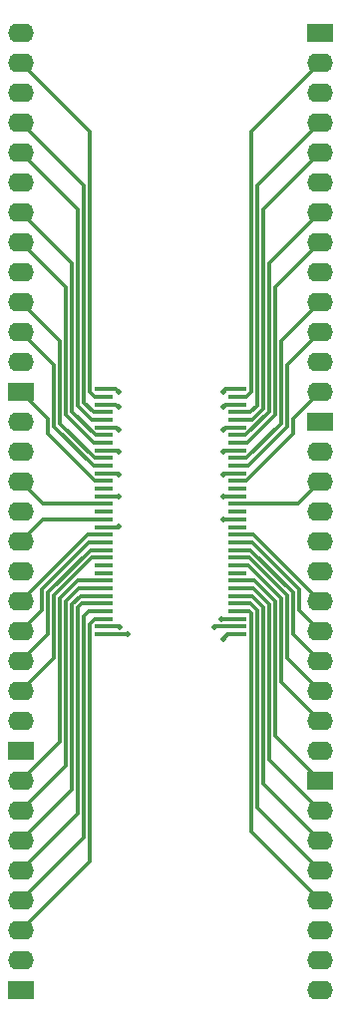
<source format=gbr>
G04 --- HEADER BEGIN --- *
%TF.GenerationSoftware,LibrePCB,LibrePCB,0.1.5*%
%TF.CreationDate,2020-12-27T00:53:52*%
%TF.ProjectId,bob_ddr_sdram_4m16b - default,91b37e6c-9424-4871-8535-6cfacb37efd9,v1*%
%TF.Part,Single*%
%FSLAX66Y66*%
%MOMM*%
G01*
G74*
G04 --- HEADER END --- *
G04 --- APERTURE LIST BEGIN --- *
%ADD10O,2.19X1.587*%
%ADD11R,2.19X1.587*%
%ADD12R,1.5X0.35*%
%ADD13C,0.5*%
%ADD14C,0.01*%
%ADD15C,0.33*%
G04 --- APERTURE LIST END --- *
G04 --- BOARD BEGIN --- *
D10*
X26670000Y34290000D03*
X26670000Y44450000D03*
D11*
X26670000Y49530000D03*
D10*
X26670000Y39370000D03*
X26670000Y31750000D03*
X26670000Y21590000D03*
X26670000Y26670000D03*
X26670000Y41910000D03*
X26670000Y46990000D03*
X26670000Y29210000D03*
X26670000Y24130000D03*
X26670000Y36830000D03*
X26670000Y57150000D03*
X26670000Y62230000D03*
D11*
X26670000Y82550000D03*
D10*
X26670000Y77470000D03*
X26670000Y74930000D03*
X26670000Y54610000D03*
X26670000Y52070000D03*
X26670000Y72390000D03*
X26670000Y59690000D03*
X26670000Y69850000D03*
X26670000Y80010000D03*
X26670000Y67310000D03*
X26670000Y64770000D03*
D12*
X19650000Y48410000D03*
X8290000Y45160000D03*
X8290000Y37360000D03*
X19650000Y34110000D03*
X19650000Y45810000D03*
X19650000Y43860000D03*
X19650000Y31510000D03*
X8290000Y34760000D03*
X8290000Y36710000D03*
X19650000Y45160000D03*
X19650000Y41910000D03*
X8290000Y44510000D03*
X8290000Y45810000D03*
X8290000Y32810000D03*
X19650000Y41260000D03*
X19650000Y44510000D03*
X8290000Y32160000D03*
X19650000Y33460000D03*
X19650000Y36710000D03*
X8290000Y51010000D03*
X19650000Y47110000D03*
X8290000Y49060000D03*
X8290000Y39960000D03*
X8290000Y31510000D03*
X19650000Y47760000D03*
X19650000Y36060000D03*
X19650000Y39310000D03*
X19650000Y40610000D03*
X8290000Y47110000D03*
X8290000Y39310000D03*
X8290000Y40610000D03*
X8290000Y42560000D03*
X19650000Y46460000D03*
X19650000Y38010000D03*
X19650000Y37360000D03*
X19650000Y49710000D03*
X8290000Y34110000D03*
X8290000Y49710000D03*
X8290000Y41260000D03*
X19650000Y50360000D03*
X19650000Y39960000D03*
X19650000Y49060000D03*
X8290000Y50360000D03*
X8290000Y33460000D03*
X19650000Y51010000D03*
X8290000Y46460000D03*
X19650000Y51660000D03*
X8290000Y35410000D03*
X8290000Y43210000D03*
X19650000Y32810000D03*
X8290000Y36060000D03*
X8290000Y51660000D03*
X8290000Y41910000D03*
X8290000Y48410000D03*
X8290000Y43860000D03*
X19650000Y43210000D03*
X8290000Y38010000D03*
X8290000Y38660000D03*
X19650000Y52310000D03*
X19650000Y34760000D03*
X8290000Y52310000D03*
X19650000Y38660000D03*
X8290000Y47760000D03*
X19650000Y42560000D03*
X19650000Y32160000D03*
X19650000Y35410000D03*
D10*
X1270000Y36830000D03*
X1270000Y26670000D03*
D11*
X1270000Y21590000D03*
D10*
X1270000Y31750000D03*
X1270000Y39370000D03*
X1270000Y49530000D03*
X1270000Y44450000D03*
X1270000Y29210000D03*
X1270000Y24130000D03*
X1270000Y41910000D03*
X1270000Y46990000D03*
X1270000Y34290000D03*
X26670000Y1270000D03*
X26670000Y8890000D03*
X26670000Y6350000D03*
D11*
X26670000Y19050000D03*
D10*
X26670000Y16510000D03*
X26670000Y3810000D03*
X26670000Y13970000D03*
X26670000Y11430000D03*
X1270000Y19050000D03*
X1270000Y11430000D03*
X1270000Y13970000D03*
D11*
X1270000Y1270000D03*
D10*
X1270000Y3810000D03*
X1270000Y16510000D03*
X1270000Y6350000D03*
X1270000Y8890000D03*
X1270000Y77470000D03*
X1270000Y72390000D03*
D11*
X1270000Y52070000D03*
D10*
X1270000Y57150000D03*
X1270000Y59690000D03*
X1270000Y80010000D03*
X1270000Y82550000D03*
X1270000Y62230000D03*
X1270000Y74930000D03*
X1270000Y64770000D03*
X1270000Y54610000D03*
X1270000Y67310000D03*
X1270000Y69850000D03*
D13*
X17653000Y32131000D03*
X9525000Y43180000D03*
X18415000Y41275000D03*
X9525000Y48895000D03*
X9525000Y45085000D03*
X18415000Y45085000D03*
D14*
X20955000Y63500000D03*
D13*
X18415000Y52070000D03*
X18415000Y50800000D03*
X9525000Y40640000D03*
X9525000Y52070000D03*
X9525000Y50800000D03*
X9652000Y32131000D03*
X18288000Y32766000D03*
X18415000Y48895000D03*
X18415000Y31115000D03*
X9525000Y46990000D03*
X18415000Y43180000D03*
X18415000Y46990000D03*
X10287000Y31496000D03*
D15*
X7425000Y50360000D02*
X6604000Y51181000D01*
X6604000Y51181000D02*
X6604000Y69596000D01*
X8290000Y50360000D02*
X7425000Y50360000D01*
X6604000Y69596000D02*
X1270000Y74930000D01*
X8290000Y39310000D02*
X7052000Y39310000D01*
X3048000Y35306000D02*
X3048000Y33528000D01*
X7052000Y39310000D02*
X3048000Y35306000D01*
X3048000Y33528000D02*
X1270000Y31750000D01*
X17682000Y32160000D02*
X17653000Y32131000D01*
X19650000Y32160000D02*
X17682000Y32160000D01*
X8290000Y43210000D02*
X9495000Y43210000D01*
X9495000Y43210000D02*
X9525000Y43180000D01*
X24384000Y35052000D02*
X24384000Y31496000D01*
X24384000Y31496000D02*
X26670000Y29210000D01*
X19650000Y38660000D02*
X20776000Y38660000D01*
X20776000Y38660000D02*
X24384000Y35052000D01*
X19650000Y41260000D02*
X18430000Y41260000D01*
X18430000Y41260000D02*
X18415000Y41275000D01*
X8290000Y49060000D02*
X9360000Y49060000D01*
X9360000Y49060000D02*
X9525000Y48895000D01*
X21844000Y50673000D02*
X21844000Y67564000D01*
X20881000Y49710000D02*
X21844000Y50673000D01*
X19650000Y49710000D02*
X20881000Y49710000D01*
X21844000Y67564000D02*
X26670000Y72390000D01*
X20828000Y52070000D02*
X20828000Y74168000D01*
X20418000Y51660000D02*
X20828000Y52070000D01*
X20828000Y74168000D02*
X26670000Y80010000D01*
X19650000Y51660000D02*
X20418000Y51660000D01*
X21844000Y18796000D02*
X26670000Y13970000D01*
X21844000Y33782000D02*
X21844000Y18796000D01*
X20866000Y34760000D02*
X21844000Y33782000D01*
X19650000Y34760000D02*
X20866000Y34760000D01*
X5588000Y34036000D02*
X5588000Y18288000D01*
X6312000Y34760000D02*
X5588000Y34036000D01*
X5588000Y18288000D02*
X1270000Y13970000D01*
X8290000Y34760000D02*
X6312000Y34760000D01*
X9450000Y45160000D02*
X9525000Y45085000D01*
X8290000Y45160000D02*
X9450000Y45160000D01*
X22860000Y22860000D02*
X26670000Y19050000D01*
X19650000Y36060000D02*
X21090000Y36060000D01*
X21090000Y36060000D02*
X22860000Y34290000D01*
X22860000Y34290000D02*
X22860000Y22860000D01*
X19650000Y45160000D02*
X18490000Y45160000D01*
X18490000Y45160000D02*
X18415000Y45085000D01*
X19650000Y42560000D02*
X24780000Y42560000D01*
X24780000Y42560000D02*
X26670000Y44450000D01*
X8290000Y47760000D02*
X7485000Y47760000D01*
X5080000Y50165000D02*
X5080000Y60960000D01*
X5080000Y60960000D02*
X1270000Y64770000D01*
X7485000Y47760000D02*
X5080000Y50165000D01*
X22860000Y50165000D02*
X22860000Y60960000D01*
X22860000Y60960000D02*
X26670000Y64770000D01*
X20455000Y47760000D02*
X22860000Y50165000D01*
X19650000Y47760000D02*
X20455000Y47760000D01*
X8290000Y35410000D02*
X6200000Y35410000D01*
X5080000Y34290000D02*
X5080000Y20320000D01*
X5080000Y20320000D02*
X1270000Y16510000D01*
X6200000Y35410000D02*
X5080000Y34290000D01*
X4064000Y29464000D02*
X1270000Y26670000D01*
X7276000Y38010000D02*
X4064000Y34798000D01*
X8290000Y38010000D02*
X7276000Y38010000D01*
X4064000Y34798000D02*
X4064000Y29464000D01*
X6604000Y33020000D02*
X6604000Y14224000D01*
X6604000Y14224000D02*
X1270000Y8890000D01*
X8290000Y33460000D02*
X7044000Y33460000D01*
X7044000Y33460000D02*
X6604000Y33020000D01*
X19650000Y52310000D02*
X18655000Y52310000D01*
X18655000Y52310000D02*
X18415000Y52070000D01*
X8290000Y46460000D02*
X7515000Y46460000D01*
X4572000Y49403000D02*
X4572000Y56388000D01*
X7515000Y46460000D02*
X4572000Y49403000D01*
X4572000Y56388000D02*
X1270000Y59690000D01*
X20552000Y37360000D02*
X23368000Y34544000D01*
X23368000Y27432000D02*
X26670000Y24130000D01*
X19650000Y37360000D02*
X20552000Y37360000D01*
X23368000Y34544000D02*
X23368000Y27432000D01*
X8290000Y42560000D02*
X3160000Y42560000D01*
X3160000Y42560000D02*
X1270000Y44450000D01*
X19650000Y51010000D02*
X18625000Y51010000D01*
X18625000Y51010000D02*
X18415000Y50800000D01*
X6940000Y39960000D02*
X1270000Y34290000D01*
X8290000Y39960000D02*
X6940000Y39960000D01*
X3556000Y35052000D02*
X3556000Y31496000D01*
X8290000Y38660000D02*
X7164000Y38660000D01*
X7164000Y38660000D02*
X3556000Y35052000D01*
X3556000Y31496000D02*
X1270000Y29210000D01*
X8290000Y40610000D02*
X9495000Y40610000D01*
X9495000Y40610000D02*
X9525000Y40640000D01*
X8290000Y41260000D02*
X3160000Y41260000D01*
X3160000Y41260000D02*
X1270000Y39370000D01*
X19650000Y46460000D02*
X20425000Y46460000D01*
X23368000Y56388000D02*
X26670000Y59690000D01*
X23368000Y49403000D02*
X23368000Y56388000D01*
X20425000Y46460000D02*
X23368000Y49403000D01*
X20537000Y45810000D02*
X23876000Y49149000D01*
X23876000Y49149000D02*
X23876000Y54356000D01*
X23876000Y54356000D02*
X26670000Y57150000D01*
X19650000Y45810000D02*
X20537000Y45810000D01*
X19650000Y34110000D02*
X20754000Y34110000D01*
X21336000Y16764000D02*
X26670000Y11430000D01*
X20754000Y34110000D02*
X21336000Y33528000D01*
X21336000Y33528000D02*
X21336000Y16764000D01*
X21336000Y69596000D02*
X26670000Y74930000D01*
X20769000Y50360000D02*
X21336000Y50927000D01*
X21336000Y50927000D02*
X21336000Y69596000D01*
X19650000Y50360000D02*
X20769000Y50360000D01*
X8290000Y52310000D02*
X9285000Y52310000D01*
X9285000Y52310000D02*
X9525000Y52070000D01*
X9315000Y51010000D02*
X9525000Y50800000D01*
X8290000Y51010000D02*
X9315000Y51010000D01*
X6088000Y36060000D02*
X4572000Y34544000D01*
X8290000Y36060000D02*
X6088000Y36060000D01*
X4572000Y22352000D02*
X1270000Y19050000D01*
X4572000Y34544000D02*
X4572000Y22352000D01*
X8290000Y32160000D02*
X9623000Y32160000D01*
X9623000Y32160000D02*
X9652000Y32131000D01*
X20978000Y35410000D02*
X22352000Y34036000D01*
X22352000Y20828000D02*
X26670000Y16510000D01*
X19650000Y35410000D02*
X20978000Y35410000D01*
X22352000Y34036000D02*
X22352000Y20828000D01*
X8290000Y48410000D02*
X7597000Y48410000D01*
X7597000Y48410000D02*
X5588000Y50419000D01*
X5588000Y50419000D02*
X5588000Y62992000D01*
X5588000Y62992000D02*
X1270000Y67310000D01*
X7560000Y44510000D02*
X3556000Y48514000D01*
X8290000Y44510000D02*
X7560000Y44510000D01*
X3556000Y48514000D02*
X3556000Y49784000D01*
X3556000Y49784000D02*
X1270000Y52070000D01*
X20664000Y38010000D02*
X23876000Y34798000D01*
X23876000Y34798000D02*
X23876000Y29464000D01*
X19650000Y38010000D02*
X20664000Y38010000D01*
X23876000Y29464000D02*
X26670000Y26670000D01*
X7112000Y52070000D02*
X7112000Y74168000D01*
X8290000Y51660000D02*
X7522000Y51660000D01*
X7112000Y74168000D02*
X1270000Y80010000D01*
X7522000Y51660000D02*
X7112000Y52070000D01*
X19650000Y48410000D02*
X20343000Y48410000D01*
X22352000Y50419000D02*
X22352000Y62992000D01*
X20343000Y48410000D02*
X22352000Y50419000D01*
X22352000Y62992000D02*
X26670000Y67310000D01*
X24892000Y35306000D02*
X24892000Y33528000D01*
X20888000Y39310000D02*
X24892000Y35306000D01*
X24892000Y33528000D02*
X26670000Y31750000D01*
X19650000Y39310000D02*
X20888000Y39310000D01*
X18332000Y32810000D02*
X18288000Y32766000D01*
X19650000Y32810000D02*
X18332000Y32810000D01*
X20380000Y44510000D02*
X24384000Y48514000D01*
X24384000Y48514000D02*
X24384000Y49784000D01*
X19650000Y44510000D02*
X20380000Y44510000D01*
X24384000Y49784000D02*
X26670000Y52070000D01*
X18580000Y49060000D02*
X18415000Y48895000D01*
X19650000Y49060000D02*
X18580000Y49060000D01*
X19650000Y31510000D02*
X18810000Y31510000D01*
X18810000Y31510000D02*
X18415000Y31115000D01*
X7403000Y45810000D02*
X4064000Y49149000D01*
X4064000Y54356000D02*
X1270000Y57150000D01*
X4064000Y49149000D02*
X4064000Y54356000D01*
X8290000Y45810000D02*
X7403000Y45810000D01*
X7112000Y12192000D02*
X1270000Y6350000D01*
X8290000Y32810000D02*
X7537000Y32810000D01*
X7112000Y32385000D02*
X7112000Y12192000D01*
X7537000Y32810000D02*
X7112000Y32385000D01*
X8290000Y47110000D02*
X9405000Y47110000D01*
X9405000Y47110000D02*
X9525000Y46990000D01*
X6096000Y33782000D02*
X6096000Y16256000D01*
X6096000Y16256000D02*
X1270000Y11430000D01*
X8290000Y34110000D02*
X6424000Y34110000D01*
X6424000Y34110000D02*
X6096000Y33782000D01*
X19650000Y39960000D02*
X21000000Y39960000D01*
X21000000Y39960000D02*
X26670000Y34290000D01*
X18445000Y43210000D02*
X18415000Y43180000D01*
X19650000Y43210000D02*
X18445000Y43210000D01*
X18535000Y47110000D02*
X18415000Y46990000D01*
X19650000Y47110000D02*
X18535000Y47110000D01*
X20828000Y14732000D02*
X26670000Y8890000D01*
X20828000Y33274000D02*
X20828000Y14732000D01*
X20642000Y33460000D02*
X20828000Y33274000D01*
X19650000Y33460000D02*
X20642000Y33460000D01*
X8290000Y49710000D02*
X7313000Y49710000D01*
X7313000Y49710000D02*
X6096000Y50927000D01*
X6096000Y67564000D02*
X1270000Y72390000D01*
X6096000Y50927000D02*
X6096000Y67564000D01*
X10273000Y31510000D02*
X10287000Y31496000D01*
X8290000Y31510000D02*
X10273000Y31510000D01*
G04 --- BOARD END --- *
%TF.MD5,972035fd7a80b395360c86bbdbd98963*%
M02*

</source>
